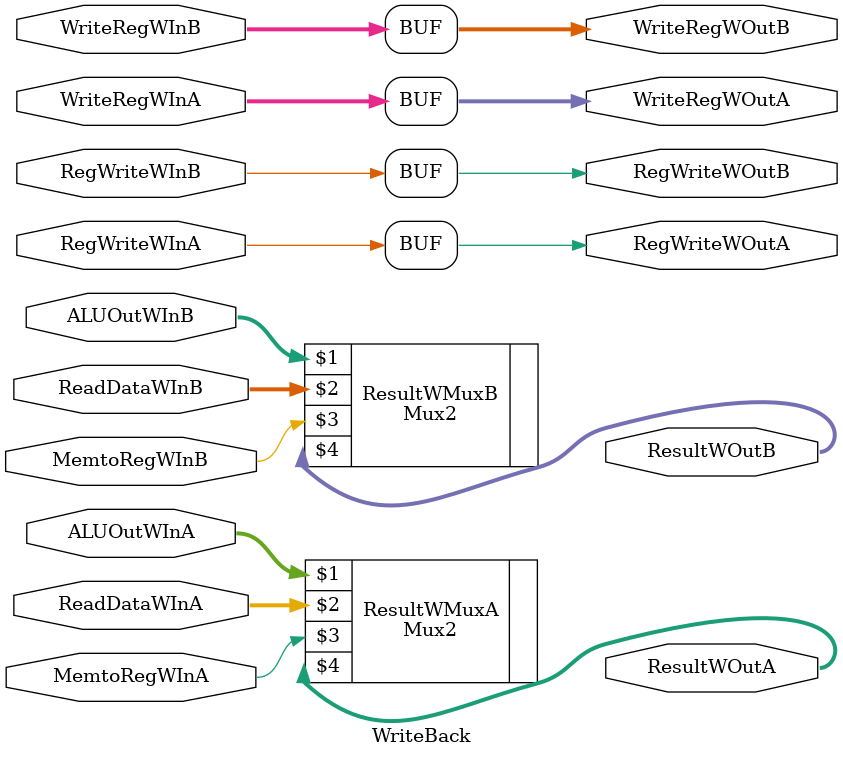
<source format=sv>
`timescale 1ns / 1ps

module WriteBack(
        input logic RegWriteWInA, MemtoRegWInA,
        input logic [31:0] ReadDataWInA, ALUOutWInA,
        input logic [4:0] WriteRegWInA,
        output logic [4:0] WriteRegWOutA,
        output logic [31:0] ResultWOutA,
        output logic RegWriteWOutA,
        
        input logic RegWriteWInB, MemtoRegWInB,
        input logic [31:0] ReadDataWInB, ALUOutWInB,
        input logic [4:0] WriteRegWInB,
        output logic [4:0] WriteRegWOutB,
        output logic [31:0] ResultWOutB,
        output logic RegWriteWOutB
    );
    assign WriteRegWOutA = WriteRegWInA;
    assign RegWriteWOutA = RegWriteWInA;
    Mux2 #(32) ResultWMuxA (ALUOutWInA, ReadDataWInA, 
                            MemtoRegWInA, ResultWOutA);
    
    assign WriteRegWOutB = WriteRegWInB;
    assign RegWriteWOutB = RegWriteWInB;
    Mux2 #(32) ResultWMuxB (ALUOutWInB, ReadDataWInB, 
                            MemtoRegWInB, ResultWOutB);                       
endmodule

</source>
